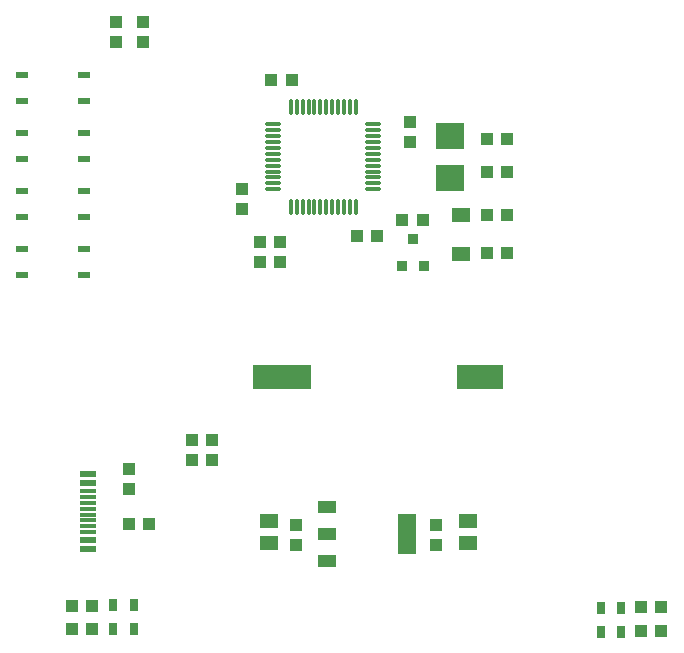
<source format=gtp>
G04 Layer_Color=8421504*
%FSLAX25Y25*%
%MOIN*%
G70*
G01*
G75*
%ADD10R,0.02756X0.03937*%
%ADD11R,0.03937X0.04331*%
%ADD12R,0.04331X0.03937*%
%ADD13R,0.15748X0.07874*%
%ADD14R,0.19685X0.07874*%
%ADD15O,0.05709X0.01181*%
%ADD16O,0.01181X0.05709*%
%ADD17R,0.09449X0.08661*%
%ADD18R,0.05905X0.04724*%
%ADD19R,0.03543X0.03740*%
%ADD20R,0.03543X0.03740*%
%ADD21R,0.03937X0.02165*%
%ADD22R,0.05709X0.02362*%
%ADD23R,0.05709X0.01181*%
%ADD24R,0.05905X0.05118*%
%ADD25R,0.06102X0.13583*%
%ADD26R,0.06102X0.04331*%
%ADD27R,0.06102X0.04331*%
D10*
X333998Y188059D02*
D03*
X340691D02*
D03*
Y180106D02*
D03*
X333998D02*
D03*
X503201Y187253D02*
D03*
X496508D02*
D03*
Y179301D02*
D03*
X503201D02*
D03*
D11*
X339300Y226900D02*
D03*
Y233593D02*
D03*
X376900Y326893D02*
D03*
Y320200D02*
D03*
X432800Y342354D02*
D03*
Y349046D02*
D03*
X334700Y382447D02*
D03*
Y375753D02*
D03*
X343900Y382347D02*
D03*
Y375654D02*
D03*
X394800Y214947D02*
D03*
Y208254D02*
D03*
X441400Y214947D02*
D03*
Y208254D02*
D03*
X366900Y236554D02*
D03*
Y243247D02*
D03*
X360300Y236554D02*
D03*
Y243247D02*
D03*
D12*
X465047Y332400D02*
D03*
X458354D02*
D03*
X382753Y302400D02*
D03*
X389446D02*
D03*
X382753Y309300D02*
D03*
X389446D02*
D03*
X393347Y363000D02*
D03*
X386653D02*
D03*
X465047Y343500D02*
D03*
X458354D02*
D03*
X465093Y318300D02*
D03*
X458400D02*
D03*
X465246Y305500D02*
D03*
X458554D02*
D03*
X415154Y311200D02*
D03*
X421846D02*
D03*
X437000Y316500D02*
D03*
X430307D02*
D03*
X320153Y180007D02*
D03*
X326847D02*
D03*
X516500Y179400D02*
D03*
X509807D02*
D03*
X516500Y187353D02*
D03*
X509807D02*
D03*
X320153Y187960D02*
D03*
X326847D02*
D03*
X345947Y215300D02*
D03*
X339253D02*
D03*
D13*
X456300Y264100D02*
D03*
D14*
X390300D02*
D03*
D15*
X420571Y326712D02*
D03*
Y328680D02*
D03*
Y330649D02*
D03*
Y332617D02*
D03*
Y334586D02*
D03*
X420571Y336554D02*
D03*
Y338523D02*
D03*
X420571Y340491D02*
D03*
Y342460D02*
D03*
Y344428D02*
D03*
Y346397D02*
D03*
Y348365D02*
D03*
X387303D02*
D03*
Y346397D02*
D03*
Y344428D02*
D03*
Y342460D02*
D03*
Y340491D02*
D03*
X387303Y338523D02*
D03*
Y336554D02*
D03*
X387303Y330649D02*
D03*
Y328680D02*
D03*
Y326712D02*
D03*
Y334586D02*
D03*
Y332617D02*
D03*
D16*
X414764Y354172D02*
D03*
X412795D02*
D03*
X410827D02*
D03*
X408858D02*
D03*
X406890D02*
D03*
X404921Y354172D02*
D03*
X402953D02*
D03*
X400984Y354172D02*
D03*
X399016D02*
D03*
X397047D02*
D03*
X395079D02*
D03*
X393110D02*
D03*
Y320905D02*
D03*
X395079D02*
D03*
X397047D02*
D03*
X399016D02*
D03*
X400984D02*
D03*
X402953Y320905D02*
D03*
X404921D02*
D03*
X406890Y320905D02*
D03*
X408858D02*
D03*
X410827D02*
D03*
X412795D02*
D03*
X414764D02*
D03*
D17*
X446200Y330610D02*
D03*
Y344390D02*
D03*
D18*
X449900Y318296D02*
D03*
Y305304D02*
D03*
D19*
X433800Y310300D02*
D03*
X430060Y301048D02*
D03*
D20*
X437540Y301048D02*
D03*
D21*
X303564Y364765D02*
D03*
X324036D02*
D03*
X303564Y356300D02*
D03*
X324036D02*
D03*
X303564Y326076D02*
D03*
X324036D02*
D03*
X303564Y317612D02*
D03*
X324036D02*
D03*
X303564Y306732D02*
D03*
X324036D02*
D03*
X303564Y298268D02*
D03*
X324036D02*
D03*
X303564Y345421D02*
D03*
X324036D02*
D03*
X303564Y336956D02*
D03*
X324036D02*
D03*
D22*
X325371Y231876D02*
D03*
Y228727D02*
D03*
Y206680D02*
D03*
Y209829D02*
D03*
D23*
Y226168D02*
D03*
Y224199D02*
D03*
Y212388D02*
D03*
Y214357D02*
D03*
Y216325D02*
D03*
Y218294D02*
D03*
Y222231D02*
D03*
Y220262D02*
D03*
D24*
X385800Y216240D02*
D03*
Y208760D02*
D03*
X452200Y216240D02*
D03*
Y208760D02*
D03*
D25*
X431887Y211900D02*
D03*
D26*
X405313Y202845D02*
D03*
Y211900D02*
D03*
D27*
Y220955D02*
D03*
M02*

</source>
